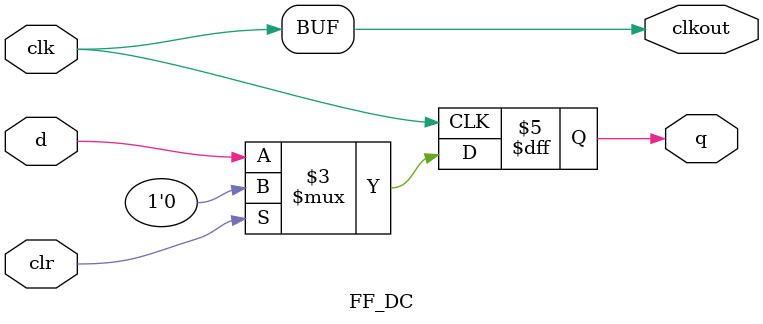
<source format=v>
module FF_DC(q, clkout, clk, clr, d);
	input clk, clr, d;
	output reg q;
	output clkout;
 
	always @(posedge clk)
		if (clr) q <= 0;
		else q <= d;
		
	buf(clkout, clk);
 
endmodule



</source>
